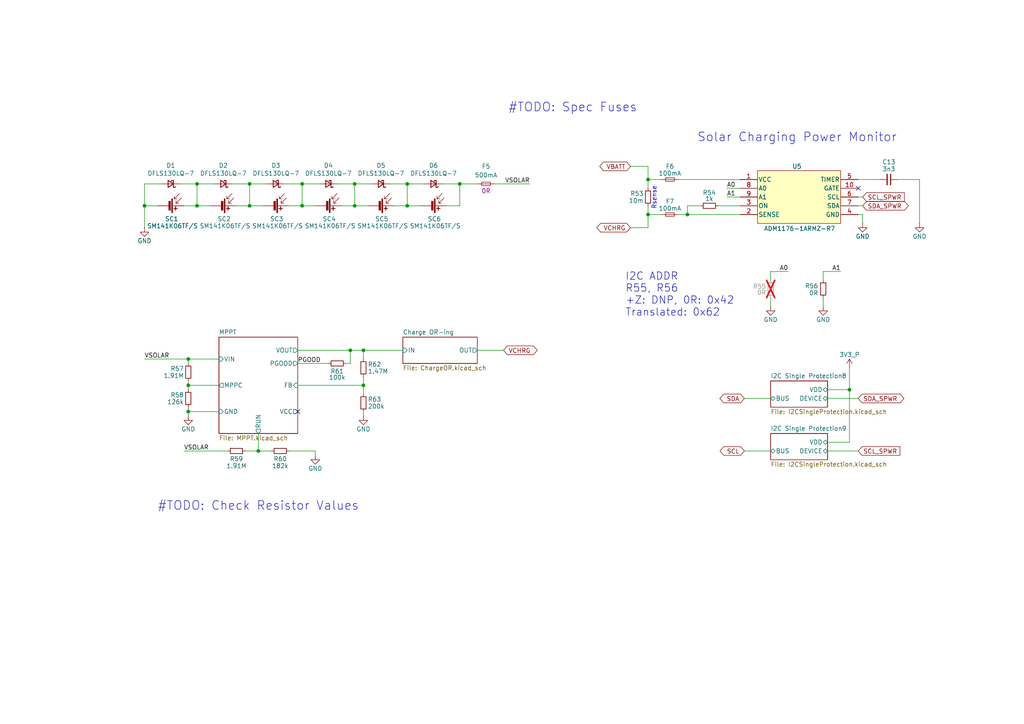
<source format=kicad_sch>
(kicad_sch (version 20250114) (generator "eeschema") (generator_version "9.0")
  (paper "A4")
  (title_block (title "Argus +Z Solar Panel") (date "2025-04-29") (rev "Rev 3.1") (company "Carnegie Mellon University") (comment 1 "N. Khera") (comment 2 "V. Kumar"))
  (lib_symbols
    (symbol "Argus-IC:ADM1176-1ARMZ-R7" (pin_names (offset 0.254))
      (property "Reference" "U9" (at 0 8.89 0))
      (property "Value" "ADM1176-1ARMZ-R7" (at 0.762 -9.144 0))
      (symbol "ADM1176-1ARMZ-R7_1_0"
        (pin unspecified line (at -16.51 5.08 0) (length 5.08) (name "VCC") (number "1"))
        (pin unspecified line (at -16.51 2.54 0) (length 5.08) (name "A0") (number "8"))
        (pin unspecified line (at -16.51 0 0) (length 5.08) (name "A1") (number "9"))
        (pin unspecified line (at -16.51 -2.54 0) (length 5.08) (name "ON") (number "3"))
        (pin unspecified line (at -16.51 -5.08 0) (length 5.08) (name "SENSE") (number "2"))
        (pin unspecified line (at 17.78 5.08 180) (length 5.08) (name "TIMER") (number "5"))
        (pin unspecified line (at 17.78 2.54 180) (length 5.08) (name "GATE") (number "10"))
        (pin unspecified line (at 17.78 0 180) (length 5.08) (name "SCL") (number "6"))
        (pin unspecified line (at 17.78 -2.54 180) (length 5.08) (name "SDA") (number "7"))
        (pin unspecified line (at 17.78 -5.08 180) (length 5.08) (name "GND") (number "4"))
      )
      (symbol "ADM1176-1ARMZ-R7_1_1"
        (rectangle (start -11.43 7.62) (end 12.7 -7.62) (fill (type background)))
      )
    )
    (symbol "Device:C_Small" (pin_numbers (hide yes)) (pin_names (offset 0.254) (hide yes))
      (property "Reference" "C" (at 0.254 1.778 0))
      (property "Value" "C_Small" (at 0.254 -2.032 0))
      (symbol "C_Small_0_1"
        (polyline (pts (xy -1.524 0.508) (xy 1.524 0.508)) (stroke (width 0.3048)))
        (polyline (pts (xy -1.524 -0.508) (xy 1.524 -0.508)) (stroke (width 0.3302)))
      )
      (symbol "C_Small_1_1"
        (pin passive line (at 0 2.54 270) (length 2.032) (name "~") (number "1"))
        (pin passive line (at 0 -2.54 90) (length 2.032) (name "~") (number "2"))
      )
    )
    (symbol "Device:D_Schottky_Small" (pin_numbers (hide yes)) (pin_names (offset 0.254) (hide yes))
      (property "Reference" "D" (at -1.27 2.032 0))
      (property "Value" "D_Schottky_Small" (at -7.112 -2.032 0))
      (symbol "D_Schottky_Small_0_1"
        (polyline (pts (xy -1.27 0.762) (xy -1.27 1.016) (xy -0.762 1.016) (xy -0.762 -1.016) (xy -0.254 -1.016) (xy -0.254 -0.762)) (stroke (width 0.254)))
        (polyline (pts (xy -0.762 0) (xy 0.762 0)))
        (polyline (pts (xy 0.762 -1.016) (xy -0.762 0) (xy 0.762 1.016) (xy 0.762 -1.016)) (stroke (width 0.254)))
      )
      (symbol "D_Schottky_Small_1_1"
        (pin passive line (at -2.54 0 0) (length 1.778) (name "K") (number "1"))
        (pin passive line (at 2.54 0 180) (length 1.778) (name "A") (number "2"))
      )
    )
    (symbol "Device:Fuse_Small" (pin_numbers (hide yes)) (pin_names (offset 0.254) (hide yes))
      (property "Reference" "F" (at 0 -1.524 0))
      (property "Value" "Fuse_Small" (at 0 1.524 0))
      (symbol "Fuse_Small_0_1"
        (rectangle (start -1.27 0.508) (end 1.27 -0.508))
        (polyline (pts (xy -1.27 0) (xy 1.27 0)))
      )
      (symbol "Fuse_Small_1_1"
        (pin passive line (at -2.54 0 0) (length 1.27) (name "~") (number "1"))
        (pin passive line (at 2.54 0 180) (length 1.27) (name "~") (number "2"))
      )
    )
    (symbol "Device:R_Small" (pin_numbers (hide yes)) (pin_names (offset 0.254) (hide yes))
      (property "Reference" "R" (at 0 0 90))
      (property "Value" "R_Small" (at 1.778 0 90))
      (symbol "R_Small_0_1"
        (rectangle (start -0.762 1.778) (end 0.762 -1.778) (stroke (width 0.2032)))
      )
      (symbol "R_Small_1_1"
        (pin passive line (at 0 2.54 270) (length 0.762) (name "~") (number "1"))
        (pin passive line (at 0 -2.54 90) (length 0.762) (name "~") (number "2"))
      )
    )
    (symbol "Device:Solar_Cell" (pin_numbers (hide yes)) (pin_names (offset 0) (hide yes))
      (property "Reference" "SC" (at 2.54 2.54 0))
      (property "Value" "Solar_Cell" (at 2.54 0 0))
      (symbol "Solar_Cell_0_1"
        (polyline (pts (xy -2.032 3.048) (xy -2.032 2.286) (xy -2.794 2.286)))
        (polyline (pts (xy -2.032 2.286) (xy -3.556 3.81)))
        (rectangle (start -2.032 1.778) (end 2.032 1.524) (fill (type outline)))
        (rectangle (start -1.3208 1.1938) (end 1.27 0.6858) (fill (type outline)))
        (polyline (pts (xy -0.762 3.556) (xy -0.762 2.794) (xy -1.524 2.794)))
        (polyline (pts (xy -0.762 2.794) (xy -2.286 4.318)))
        (polyline (pts (xy 0 1.778) (xy 0 2.54)))
        (polyline (pts (xy 0 0.762) (xy 0 0)))
        (polyline (pts (xy 0.254 2.667) (xy 1.27 2.667)) (stroke (width 0.254)))
        (polyline (pts (xy 0.762 3.175) (xy 0.762 2.159)) (stroke (width 0.254)))
      )
      (symbol "Solar_Cell_1_1"
        (pin passive line (at 0 5.08 270) (length 2.54) (name "+") (number "1"))
        (pin passive line (at 0 -2.54 90) (length 2.54) (name "-") (number "2"))
      )
    )
    (symbol "power:+3.3V" (power) (pin_numbers (hide yes)) (pin_names (offset 0) (hide yes))
      (property "Value" "+3.3V" (at 0 3.556 0))
      (symbol "+3.3V_0_1"
        (polyline (pts (xy -0.762 1.27) (xy 0 2.54)))
        (polyline (pts (xy 0 2.54) (xy 0.762 1.27)))
        (polyline (pts (xy 0 0) (xy 0 2.54)))
      )
      (symbol "+3.3V_1_1"
        (pin power_in line (at 0 0 90) (length 0) (name "~") (number "1"))
      )
    )
    (symbol "power:GND" (power) (pin_numbers (hide yes)) (pin_names (offset 0) (hide yes))
      (property "Value" "GND" (at 0 -3.81 0))
      (symbol "GND_0_1"
        (polyline (pts (xy 0 0) (xy 0 -1.27) (xy 1.27 -1.27) (xy 0 -2.54) (xy -1.27 -1.27) (xy 0 -1.27)))
      )
      (symbol "GND_1_1"
        (pin power_in line (at 0 0 270) (length 0) (name "~") (number "1"))
      )
    )
  )
  (text "#TODO: Spec Fuses" (at 166.116 31.242 0) (effects (font (size 2.54 2.54))))
  (text "Rsense" (at 189.738 57.404 90) (effects (font (size 1.27 1.27))))
  (text "#TODO: Check Resistor Values" (at 74.93 146.812 0) (effects (font (size 2.54 2.54))))
  (text "I2C ADDR\nR55, R56\n+Z: DNP, 0R: 0x42\nTranslated: 0x62" (at 181.356 91.948 0) (effects (font (size 2.159 2.159)) (justify left bottom)))
  (text "Solar Charging Power Monitor" (at 202.184 41.402 0) (effects (font (size 2.54 2.54)) (justify left bottom)))
  (junction (at 118.11 53.34))
  (junction (at 57.15 53.34))
  (junction (at 187.96 62.23))
  (junction (at 54.61 119.38))
  (junction (at 246.38 113.03))
  (junction (at 101.6 101.6))
  (junction (at 41.91 59.69))
  (junction (at 54.61 104.14))
  (junction (at 54.61 111.76))
  (junction (at 118.11 59.69))
  (junction (at 72.39 53.34))
  (junction (at 187.96 52.07))
  (junction (at 57.15 59.69))
  (junction (at 72.39 59.69))
  (junction (at 105.41 101.6))
  (junction (at 87.63 59.69))
  (junction (at 102.87 53.34))
  (junction (at 199.39 62.23))
  (junction (at 133.35 53.34))
  (junction (at 102.87 59.69))
  (junction (at 87.63 53.34))
  (junction (at 105.41 111.76))
  (junction (at 74.93 130.81))
  (no_connect (at 248.92 54.61))
  (no_connect (at 86.36 119.38))
  (wire (pts (xy 67.31 53.34) (xy 72.39 53.34)))
  (wire (pts (xy 101.6 101.6) (xy 105.41 101.6)))
  (wire (pts (xy 72.39 59.69) (xy 72.39 53.34)))
  (wire (pts (xy 187.96 52.07) (xy 187.96 54.61)))
  (wire (pts (xy 238.76 78.74) (xy 243.84 78.74)))
  (wire (pts (xy 54.61 104.14) (xy 63.5 104.14)))
  (wire (pts (xy 199.39 62.23) (xy 214.63 62.23)))
  (wire (pts (xy 223.52 86.36) (xy 223.52 88.9)))
  (wire (pts (xy 113.03 53.34) (xy 118.11 53.34)))
  (wire (pts (xy 223.52 115.57) (xy 215.9 115.57)))
  (wire (pts (xy 250.19 59.69) (xy 248.92 59.69)))
  (wire (pts (xy 105.41 101.6) (xy 116.84 101.6)))
  (wire (pts (xy 187.96 59.69) (xy 187.96 62.23)))
  (wire (pts (xy 71.12 130.81) (xy 74.93 130.81)))
  (wire (pts (xy 74.93 125.73) (xy 74.93 130.81)))
  (wire (pts (xy 240.03 115.57) (xy 248.92 115.57)))
  (wire (pts (xy 97.79 53.34) (xy 102.87 53.34)))
  (wire (pts (xy 57.15 59.69) (xy 60.96 59.69)))
  (wire (pts (xy 266.7 52.07) (xy 266.7 64.77)))
  (wire (pts (xy 238.76 86.36) (xy 238.76 88.9)))
  (wire (pts (xy 87.63 59.69) (xy 91.44 59.69)))
  (wire (pts (xy 248.92 52.07) (xy 255.27 52.07)))
  (wire (pts (xy 214.63 54.61) (xy 210.82 54.61)))
  (wire (pts (xy 146.05 101.6) (xy 138.43 101.6)))
  (wire (pts (xy 223.52 78.74) (xy 223.52 81.28)))
  (wire (pts (xy 128.27 53.34) (xy 133.35 53.34)))
  (wire (pts (xy 214.63 57.15) (xy 210.82 57.15)))
  (wire (pts (xy 250.19 57.15) (xy 248.92 57.15)))
  (wire (pts (xy 223.52 130.81) (xy 215.9 130.81)))
  (wire (pts (xy 54.61 111.76) (xy 54.61 113.03)))
  (wire (pts (xy 53.34 130.81) (xy 66.04 130.81)))
  (wire (pts (xy 187.96 62.23) (xy 191.77 62.23)))
  (wire (pts (xy 246.38 106.68) (xy 246.38 113.03)))
  (wire (pts (xy 100.33 105.41) (xy 101.6 105.41)))
  (wire (pts (xy 41.91 104.14) (xy 54.61 104.14)))
  (wire (pts (xy 102.87 53.34) (xy 107.95 53.34)))
  (wire (pts (xy 54.61 119.38) (xy 54.61 120.65)))
  (wire (pts (xy 72.39 53.34) (xy 77.47 53.34)))
  (wire (pts (xy 102.87 59.69) (xy 106.68 59.69)))
  (wire (pts (xy 129.54 59.69) (xy 133.35 59.69)))
  (wire (pts (xy 52.07 53.34) (xy 57.15 53.34)))
  (wire (pts (xy 214.63 59.69) (xy 208.28 59.69)))
  (wire (pts (xy 196.85 62.23) (xy 199.39 62.23)))
  (wire (pts (xy 41.91 53.34) (xy 41.91 59.69)))
  (wire (pts (xy 105.41 109.22) (xy 105.41 111.76)))
  (wire (pts (xy 41.91 59.69) (xy 41.91 66.04)))
  (wire (pts (xy 41.91 53.34) (xy 46.99 53.34)))
  (wire (pts (xy 153.67 53.34) (xy 143.51 53.34)))
  (wire (pts (xy 99.06 59.69) (xy 102.87 59.69)))
  (wire (pts (xy 266.7 52.07) (xy 260.35 52.07)))
  (wire (pts (xy 187.96 48.26) (xy 187.96 52.07)))
  (wire (pts (xy 83.82 59.69) (xy 87.63 59.69)))
  (wire (pts (xy 54.61 104.14) (xy 54.61 105.41)))
  (wire (pts (xy 63.5 119.38) (xy 54.61 119.38)))
  (wire (pts (xy 238.76 78.74) (xy 238.76 81.28)))
  (wire (pts (xy 54.61 118.11) (xy 54.61 119.38)))
  (wire (pts (xy 54.61 111.76) (xy 63.5 111.76)))
  (wire (pts (xy 86.36 111.76) (xy 105.41 111.76)))
  (wire (pts (xy 196.85 52.07) (xy 214.63 52.07)))
  (wire (pts (xy 223.52 78.74) (xy 228.6 78.74)))
  (wire (pts (xy 187.96 52.07) (xy 191.77 52.07)))
  (wire (pts (xy 105.41 119.38) (xy 105.41 120.65)))
  (wire (pts (xy 118.11 59.69) (xy 121.92 59.69)))
  (wire (pts (xy 118.11 53.34) (xy 118.11 59.69)))
  (wire (pts (xy 102.87 53.34) (xy 102.87 59.69)))
  (wire (pts (xy 54.61 110.49) (xy 54.61 111.76)))
  (wire (pts (xy 57.15 53.34) (xy 62.23 53.34)))
  (wire (pts (xy 87.63 53.34) (xy 92.71 53.34)))
  (wire (pts (xy 91.44 132.08) (xy 91.44 130.81)))
  (wire (pts (xy 68.58 59.69) (xy 72.39 59.69)))
  (wire (pts (xy 91.44 130.81) (xy 83.82 130.81)))
  (wire (pts (xy 203.2 59.69) (xy 199.39 59.69)))
  (wire (pts (xy 86.36 101.6) (xy 101.6 101.6)))
  (wire (pts (xy 187.96 62.23) (xy 187.96 66.04)))
  (wire (pts (xy 101.6 101.6) (xy 101.6 105.41)))
  (wire (pts (xy 240.03 113.03) (xy 246.38 113.03)))
  (wire (pts (xy 250.19 64.77) (xy 250.19 62.23)))
  (wire (pts (xy 41.91 59.69) (xy 45.72 59.69)))
  (wire (pts (xy 105.41 111.76) (xy 105.41 114.3)))
  (wire (pts (xy 114.3 59.69) (xy 118.11 59.69)))
  (wire (pts (xy 105.41 101.6) (xy 105.41 104.14)))
  (wire (pts (xy 86.36 105.41) (xy 95.25 105.41)))
  (wire (pts (xy 246.38 128.27) (xy 246.38 113.03)))
  (wire (pts (xy 133.35 53.34) (xy 133.35 59.69)))
  (wire (pts (xy 72.39 59.69) (xy 76.2 59.69)))
  (wire (pts (xy 199.39 59.69) (xy 199.39 62.23)))
  (wire (pts (xy 182.88 48.26) (xy 187.96 48.26)))
  (wire (pts (xy 246.38 128.27) (xy 240.03 128.27)))
  (wire (pts (xy 240.03 130.81) (xy 248.92 130.81)))
  (wire (pts (xy 57.15 59.69) (xy 53.34 59.69)))
  (wire (pts (xy 74.93 130.81) (xy 78.74 130.81)))
  (wire (pts (xy 133.35 53.34) (xy 138.43 53.34)))
  (wire (pts (xy 118.11 53.34) (xy 123.19 53.34)))
  (wire (pts (xy 250.19 62.23) (xy 248.92 62.23)))
  (wire (pts (xy 57.15 53.34) (xy 57.15 59.69)))
  (wire (pts (xy 87.63 53.34) (xy 87.63 59.69)))
  (wire (pts (xy 82.55 53.34) (xy 87.63 53.34)))
  (wire (pts (xy 182.88 66.04) (xy 187.96 66.04)))
  (label "A0" (at 210.82 54.61 0))
  (label "A1" (at 210.82 57.15 0))
  (label "A1" (at 243.84 78.74 180))
  (label "VSOLAR" (at 153.67 53.34 180))
  (label "VSOLAR" (at 53.34 130.81 0))
  (label "A0" (at 228.6 78.74 180))
  (label "PGOOD" (at 86.36 105.41 0))
  (label "VSOLAR" (at 41.91 104.14 0))
  (global_label "SDA_SPWR" (shape bidirectional) (at 248.92 115.57 0) (property "Intersheetrefs" "${INTERSHEET_REFS}" (effects (hide yes))))
  (global_label "SCL_SPWR" (shape input) (at 250.19 57.15 0) (property "Intersheetrefs" "${INTERSHEET_REFS}" (effects (hide yes))))
  (global_label "SCL_SPWR" (shape input) (at 248.92 130.81 0) (property "Intersheetrefs" "${INTERSHEET_REFS}" (effects (hide yes))))
  (global_label "VBATT" (shape bidirectional) (at 182.88 48.26 180) (property "Intersheetrefs" "${INTERSHEET_REFS}" (effects (hide yes))))
  (global_label "SDA_SPWR" (shape bidirectional) (at 250.19 59.69 0) (property "Intersheetrefs" "${INTERSHEET_REFS}" (effects (hide yes))))
  (global_label "SDA" (shape bidirectional) (at 215.9 115.57 180) (property "Intersheetrefs" "${INTERSHEET_REFS}" (effects (hide yes))))
  (global_label "VCHRG" (shape bidirectional) (at 182.88 66.04 180) (property "Intersheetrefs" "${INTERSHEET_REFS}" (effects (hide yes))))
  (global_label "SCL" (shape bidirectional) (at 215.9 130.81 180) (property "Intersheetrefs" "${INTERSHEET_REFS}" (effects (hide yes))))
  (global_label "VCHRG" (shape bidirectional) (at 146.05 101.6 0) (property "Intersheetrefs" "${INTERSHEET_REFS}" (effects (hide yes))))
  (symbol (lib_id "Device:R_Small") (at 187.96 57.15 0) (mirror x) (unit 1)
    (property "Reference" "R53" (at 186.69 56.134 0) (effects (justify right)))
    (property "Value" "10m" (at 186.69 58.166 0) (effects (justify right)))
    (property "Footprint" "Resistor_SMD:R_2512_6332Metric" (effects (hide yes)))
    (property "Description" "Resistor, small symbol" (effects (hide yes)))
    (property "MPN" "C840621" (effects (hide yes)))
  )
  (symbol (lib_id "power:GND") (at 238.76 88.9 0) (unit 1)
    (property "Reference" "#PWR057" (effects (hide yes)))
    (property "Value" "GND" (at 238.76 92.71 0))
    (property "Description" "Power symbol creates a global label with name \"GND\" , ground" (effects (hide yes)))
  )
  (symbol (lib_id "power:GND") (at 223.52 88.9 0) (unit 1)
    (property "Reference" "#PWR055" (effects (hide yes)))
    (property "Value" "GND" (at 223.52 92.71 0))
    (property "Description" "Power symbol creates a global label with name \"GND\" , ground" (effects (hide yes)))
  )
  (symbol (lib_id "Device:R_Small") (at 238.76 83.82 0) (mirror x) (unit 1)
    (property "Reference" "R56" (at 237.3479 82.936 0) (effects (justify right)))
    (property "Value" "0R" (at 237.3479 84.968 0) (effects (justify right)))
    (property "Footprint" "Resistor_SMD:R_0603_1608Metric" (effects (hide yes)))
    (property "Description" "Resistor, small symbol" (effects (hide yes)))
    (property "MPN" "C844915" (effects (hide yes)))
  )
  (symbol (lib_id "Device:Solar_Cell") (at 124.46 59.69 270) (unit 1)
    (property "Reference" "SC6" (at 125.984 63.5 90))
    (property "Value" "SM141K06TF/S" (at 126.238 65.532 90))
    (property "Footprint" "Argus-Miscellaneous:SM141K06TF_S" (effects (hide yes)))
    (property "Description" "Single solar cell" (effects (hide yes)))
  )
  (symbol (lib_id "Device:R_Small") (at 97.79 105.41 90) (unit 1)
    (property "Reference" "R61" (at 97.79 107.696 90))
    (property "Value" "100k" (at 97.79 109.474 90))
    (property "Footprint" "Resistor_SMD:R_0603_1608Metric" (effects (hide yes)))
    (property "Description" "Resistor, small symbol" (effects (hide yes)))
    (property "MPN" "C237792" (effects (hide yes)))
  )
  (symbol (lib_id "power:GND") (at 105.41 120.65 0) (mirror y) (unit 1)
    (property "Reference" "#PWR042" (effects (hide yes)))
    (property "Value" "GND" (at 105.41 124.46 0))
    (property "Description" "Power symbol creates a global label with name \"GND\" , ground" (effects (hide yes)))
  )
  (symbol (lib_id "Device:R_Small") (at 54.61 107.95 0) (unit 1)
    (property "Reference" "R57" (at 53.34 106.934 0) (effects (justify right)))
    (property "Value" "1.91M" (at 53.34 108.966 0) (effects (justify right)))
    (property "Footprint" "Resistor_SMD:R_0603_1608Metric" (effects (hide yes)))
    (property "Description" "Resistor, small symbol" (effects (hide yes)))
  )
  (symbol (lib_id "Device:Fuse_Small") (at 140.97 53.34 180) (unit 1)
    (property "Reference" "F5" (at 140.97 48.26 0))
    (property "Value" "500mA" (at 140.97 50.8 0))
    (property "Footprint" "Fuse:Fuse_0603_1608Metric" (effects (hide yes)))
    (property "Description" "Fuse, small symbol" (effects (hide yes)))
    (property "Flight" "0R" (at 140.97 55.372 0))
  )
  (symbol (lib_id "Device:Solar_Cell") (at 78.74 59.69 270) (unit 1)
    (property "Reference" "SC3" (at 80.264 63.5 90))
    (property "Value" "SM141K06TF/S" (at 80.518 65.532 90))
    (property "Footprint" "Argus-Miscellaneous:SM141K06TF_S" (effects (hide yes)))
    (property "Description" "Single solar cell" (effects (hide yes)))
  )
  (symbol (lib_id "Device:D_Schottky_Small") (at 49.53 53.34 180) (unit 1)
    (property "Reference" "D1" (at 49.53 48.006 0))
    (property "Value" "DFLS130LQ-7" (at 49.53 50.292 0))
    (property "Footprint" "Diode_SMD:D_PowerDI-123" (effects (hide yes)))
    (property "Description" "Schottky diode, small symbol" (effects (hide yes)))
  )
  (symbol (lib_id "Device:R_Small") (at 68.58 130.81 90) (unit 1)
    (property "Reference" "R59" (at 68.58 133.096 90))
    (property "Value" "1.91M" (at 68.58 135.128 90))
    (property "Footprint" "Resistor_SMD:R_0603_1608Metric" (effects (hide yes)))
    (property "Description" "Resistor, small symbol" (effects (hide yes)))
  )
  (symbol (lib_id "Device:D_Schottky_Small") (at 110.49 53.34 180) (unit 1)
    (property "Reference" "D5" (at 110.49 48.006 0))
    (property "Value" "DFLS130LQ-7" (at 110.49 50.292 0))
    (property "Footprint" "Diode_SMD:D_PowerDI-123" (effects (hide yes)))
    (property "Description" "Schottky diode, small symbol" (effects (hide yes)))
  )
  (symbol (lib_id "Device:D_Schottky_Small") (at 125.73 53.34 180) (unit 1)
    (property "Reference" "D6" (at 125.73 48.006 0))
    (property "Value" "DFLS130LQ-7" (at 125.73 50.292 0))
    (property "Footprint" "Diode_SMD:D_PowerDI-123" (effects (hide yes)))
    (property "Description" "Schottky diode, small symbol" (effects (hide yes)))
  )
  (symbol (lib_id "Device:Solar_Cell") (at 93.98 59.69 270) (unit 1)
    (property "Reference" "SC4" (at 95.504 63.5 90))
    (property "Value" "SM141K06TF/S" (at 95.758 65.532 90))
    (property "Footprint" "Argus-Miscellaneous:SM141K06TF_S" (effects (hide yes)))
    (property "Description" "Single solar cell" (effects (hide yes)))
  )
  (symbol (lib_id "Device:R_Small") (at 81.28 130.81 90) (unit 1)
    (property "Reference" "R60" (at 81.28 133.096 90))
    (property "Value" "182k" (at 81.28 135.128 90))
    (property "Footprint" "Resistor_SMD:R_0603_1608Metric" (effects (hide yes)))
    (property "Description" "Resistor, small symbol" (effects (hide yes)))
  )
  (symbol (lib_id "Device:R_Small") (at 223.52 83.82 0) (mirror x) (unit 1) (in_bom no) (dnp yes)
    (property "Reference" "R55" (at 222.25 83.058 0) (effects (justify right)))
    (property "Value" "0R" (at 222.25 84.836 0) (effects (justify right)))
    (property "Footprint" "Resistor_SMD:R_0603_1608Metric" (effects (hide yes)))
    (property "Description" "Resistor, small symbol" (effects (hide yes)))
    (property "DNI" "DNI" (effects (hide yes)))
  )
  (symbol (lib_id "power:GND") (at 41.91 66.04 0) (unit 1)
    (property "Reference" "#PWR040" (effects (hide yes)))
    (property "Value" "GND" (at 41.91 69.85 0))
    (property "Description" "Power symbol creates a global label with name \"GND\" , ground" (effects (hide yes)))
  )
  (symbol (lib_id "Device:Solar_Cell") (at 63.5 59.69 270) (unit 1)
    (property "Reference" "SC2" (at 65.024 63.5 90))
    (property "Value" "SM141K06TF/S" (at 65.278 65.532 90))
    (property "Footprint" "Argus-Miscellaneous:SM141K06TF_S" (effects (hide yes)))
    (property "Description" "Single solar cell" (effects (hide yes)))
  )
  (symbol (lib_id "Device:Solar_Cell") (at 48.26 59.69 270) (unit 1)
    (property "Reference" "SC1" (at 49.784 63.5 90))
    (property "Value" "SM141K06TF/S" (at 50.038 65.532 90))
    (property "Footprint" "Argus-Miscellaneous:SM141K06TF_S" (effects (hide yes)))
    (property "Description" "Single solar cell" (effects (hide yes)))
  )
  (symbol (lib_id "power:GND") (at 91.44 132.08 0) (unit 1)
    (property "Reference" "#PWR058" (effects (hide yes)))
    (property "Value" "GND" (at 91.44 135.89 0))
    (property "Description" "Power symbol creates a global label with name \"GND\" , ground" (effects (hide yes)))
  )
  (symbol (lib_id "Device:D_Schottky_Small") (at 80.01 53.34 180) (unit 1)
    (property "Reference" "D3" (at 80.01 48.006 0))
    (property "Value" "DFLS130LQ-7" (at 80.01 50.292 0))
    (property "Footprint" "Diode_SMD:D_PowerDI-123" (effects (hide yes)))
    (property "Description" "Schottky diode, small symbol" (effects (hide yes)))
  )
  (symbol (lib_id "Device:D_Schottky_Small") (at 95.25 53.34 180) (unit 1)
    (property "Reference" "D4" (at 95.25 48.006 0))
    (property "Value" "DFLS130LQ-7" (at 95.25 50.292 0))
    (property "Footprint" "Diode_SMD:D_PowerDI-123" (effects (hide yes)))
    (property "Description" "Schottky diode, small symbol" (effects (hide yes)))
  )
  (symbol (lib_id "power:GND") (at 250.19 64.77 0) (unit 1)
    (property "Reference" "#PWR045" (effects (hide yes)))
    (property "Value" "GND" (at 250.19 68.58 0))
    (property "Description" "Power symbol creates a global label with name \"GND\" , ground" (effects (hide yes)))
  )
  (symbol (lib_id "Device:R_Small") (at 105.41 116.84 0) (mirror y) (unit 1)
    (property "Reference" "R63" (at 106.68 115.824 0) (effects (justify right)))
    (property "Value" "200k" (at 106.68 117.856 0) (effects (justify right)))
    (property "Footprint" "Resistor_SMD:R_0603_1608Metric" (effects (hide yes)))
    (property "Description" "Resistor, small symbol" (effects (hide yes)))
    (property "MPN" "C118142" (effects (hide yes)))
  )
  (symbol (lib_id "Device:R_Small") (at 54.61 115.57 0) (unit 1)
    (property "Reference" "R58" (at 53.34 114.554 0) (effects (justify right)))
    (property "Value" "126k" (at 53.34 116.586 0) (effects (justify right)))
    (property "Footprint" "Resistor_SMD:R_0603_1608Metric" (effects (hide yes)))
    (property "Description" "Resistor, small symbol" (effects (hide yes)))
  )
  (symbol (lib_id "Device:Solar_Cell") (at 109.22 59.69 270) (unit 1)
    (property "Reference" "SC5" (at 110.744 63.5 90))
    (property "Value" "SM141K06TF/S" (at 110.998 65.532 90))
    (property "Footprint" "Argus-Miscellaneous:SM141K06TF_S" (effects (hide yes)))
    (property "Description" "Single solar cell" (effects (hide yes)))
  )
  (symbol (lib_id "Device:D_Schottky_Small") (at 64.77 53.34 180) (unit 1)
    (property "Reference" "D2" (at 64.77 48.006 0))
    (property "Value" "DFLS130LQ-7" (at 64.77 50.292 0))
    (property "Footprint" "Diode_SMD:D_PowerDI-123" (effects (hide yes)))
    (property "Description" "Schottky diode, small symbol" (effects (hide yes)))
  )
  (symbol (lib_id "Device:Fuse_Small") (at 194.31 62.23 180) (unit 1)
    (property "Reference" "F7" (at 194.31 58.42 0))
    (property "Value" "100mA" (at 194.31 60.452 0))
    (property "Footprint" "Fuse:Fuse_0603_1608Metric" (effects (hide yes)))
    (property "Description" "Fuse, small symbol" (effects (hide yes)))
  )
  (symbol (lib_id "Device:R_Small") (at 105.41 106.68 0) (mirror y) (unit 1)
    (property "Reference" "R62" (at 106.68 105.664 0) (effects (justify right)))
    (property "Value" "1.47M" (at 106.68 107.696 0) (effects (justify right)))
    (property "Footprint" "Resistor_SMD:R_0603_1608Metric" (effects (hide yes)))
    (property "Description" "Resistor, small symbol" (effects (hide yes)))
  )
  (symbol (lib_id "power:GND") (at 54.61 120.65 0) (unit 1)
    (property "Reference" "#PWR041" (effects (hide yes)))
    (property "Value" "GND" (at 54.61 124.46 0))
    (property "Description" "Power symbol creates a global label with name \"GND\" , ground" (effects (hide yes)))
  )
  (symbol (lib_id "Device:C_Small") (at 257.81 52.07 270) (unit 1)
    (property "Reference" "C13" (at 257.81 46.99 90))
    (property "Value" "3n3" (at 257.81 49.022 90))
    (property "Footprint" "Capacitor_SMD:C_0603_1608Metric" (effects (hide yes)))
    (property "Description" "3.3nF +-10% 100V X7R 0603" (effects (hide yes)))
    (property "MPN" "C3877267" (effects (hide yes)))
  )
  (symbol (lib_id "Device:Fuse_Small") (at 194.31 52.07 180) (unit 1)
    (property "Reference" "F6" (at 194.31 48.26 0))
    (property "Value" "100mA" (at 194.31 50.292 0))
    (property "Footprint" "Fuse:Fuse_0603_1608Metric" (effects (hide yes)))
    (property "Description" "Fuse, small symbol" (effects (hide yes)))
  )
  (symbol (lib_id "power:GND") (at 266.7 64.77 0) (unit 1)
    (property "Reference" "#PWR046" (effects (hide yes)))
    (property "Value" "GND" (at 266.7 68.58 0))
    (property "Description" "Power symbol creates a global label with name \"GND\" , ground" (effects (hide yes)))
  )
  (symbol (lib_id "power:+3.3V") (at 246.38 106.68 0) (mirror y) (unit 1)
    (property "Reference" "#SUPPLY08" (effects (hide yes)))
    (property "Value" "3V3_P" (at 246.38 102.87 0))
    (property "Description" "Power symbol creates a global label with name \"+3.3V\"" (effects (hide yes)))
  )
  (symbol (lib_id "Argus-IC:ADM1176-1ARMZ-R7") (at 231.14 57.15 0) (unit 1)
    (property "Reference" "U5" (at 231.14 48.26 0))
    (property "Value" "ADM1176-1ARMZ-R7" (at 231.902 66.294 0))
    (property "Footprint" "Package_SO:MSOP-10_3x3mm_P0.5mm" (effects (hide yes)))
    (property "Flight" "ADM1176-1ARMZ-R7" (effects (hide yes)))
    (property "Manufacturer_Name" "Analog Devices Inc." (effects (hide yes)))
    (property "Manufacturer_Part_Number" "ADM1176-1ARMZ-R7" (effects (hide yes)))
    (property "Proto" "ADM1176-1ARMZ-R7" (effects (hide yes)))
  )
  (symbol (lib_id "Device:R_Small") (at 205.74 59.69 270) (mirror x) (unit 1)
    (property "Reference" "R54" (at 205.74 55.88 90))
    (property "Value" "1k" (at 205.74 57.658 90))
    (property "Footprint" "Resistor_SMD:R_0603_1608Metric" (effects (hide yes)))
    (property "Description" "Resistor, small symbol" (effects (hide yes)))
    (property "MPN" "C2484712" (effects (hide yes)))
  )
  (sheet (at 116.84 97.79) (size 21.59 7.62) (stroke (width 0.1524))
    (property "Sheetname" "Charge OR-ing" (at 116.84 97.0784 0) (effects (justify left bottom)))
    (property "Sheetfile" "ChargeOR.kicad_sch" (at 116.84 105.9946 0) (effects (justify left top)))
    (pin "IN" input (at 116.84 101.6 180))
    (pin "OUT" output (at 138.43 101.6 0))
  )
  (sheet (at 223.52 110.49) (size 16.51 7.62) (stroke (width 0.1524))
    (property "Sheetname" "I2C Single Protection8" (at 223.52 109.7784 0) (effects (justify left bottom)))
    (property "Sheetfile" "I2CSingleProtection.kicad_sch" (at 223.52 118.6946 0) (effects (justify left top)))
    (pin "DEVICE" bidirectional (at 240.03 115.57 0))
    (pin "BUS" bidirectional (at 223.52 115.57 180))
    (pin "VDD" bidirectional (at 240.03 113.03 0))
  )
  (sheet (at 63.5 97.79) (size 22.86 27.94) (stroke (width 0.1524))
    (property "Sheetname" "MPPT" (at 63.5 97.0784 0) (effects (justify left bottom)))
    (property "Sheetfile" "MPPT.kicad_sch" (at 63.5 126.3146 0) (effects (justify left top)))
    (pin "VIN" input (at 63.5 104.14 180))
    (pin "GND" input (at 63.5 119.38 180))
    (pin "FB" input (at 86.36 111.76 0))
    (pin "VCC" output (at 86.36 119.38 0))
    (pin "PGOOD" output (at 86.36 105.41 0))
    (pin "VOUT" output (at 86.36 101.6 0))
    (pin "MPPC" output (at 63.5 111.76 180))
    (pin "RUN" output (at 74.93 125.73 270))
  )
  (sheet (at 223.52 125.73) (size 16.51 7.62) (stroke (width 0.1524))
    (property "Sheetname" "I2C Single Protection9" (at 223.52 125.0184 0) (effects (justify left bottom)))
    (property "Sheetfile" "I2CSingleProtection.kicad_sch" (at 223.52 133.9346 0) (effects (justify left top)))
    (pin "DEVICE" bidirectional (at 240.03 130.81 0))
    (pin "BUS" bidirectional (at 223.52 130.81 180))
    (pin "VDD" bidirectional (at 240.03 128.27 0))
  )
)
</source>
